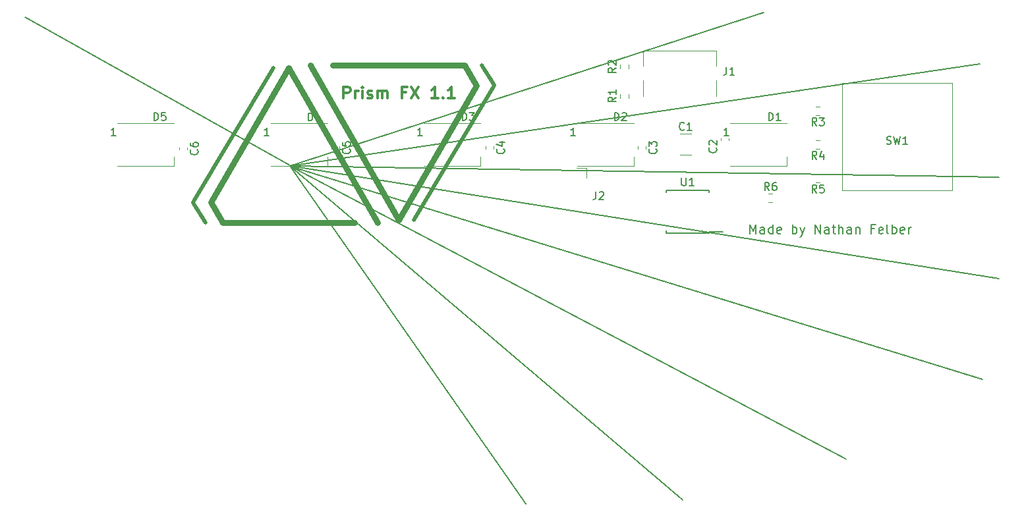
<source format=gbr>
%TF.GenerationSoftware,KiCad,Pcbnew,(6.0.9)*%
%TF.CreationDate,2022-11-05T18:14:27+01:00*%
%TF.ProjectId,pcb,7063622e-6b69-4636-9164-5f7063625858,rev?*%
%TF.SameCoordinates,Original*%
%TF.FileFunction,Legend,Top*%
%TF.FilePolarity,Positive*%
%FSLAX46Y46*%
G04 Gerber Fmt 4.6, Leading zero omitted, Abs format (unit mm)*
G04 Created by KiCad (PCBNEW (6.0.9)) date 2022-11-05 18:14:27*
%MOMM*%
%LPD*%
G01*
G04 APERTURE LIST*
%ADD10C,0.162500*%
%ADD11C,0.512514*%
%ADD12C,0.542718*%
%ADD13C,0.723625*%
%ADD14C,0.200000*%
%ADD15C,0.300000*%
%ADD16C,0.150000*%
%ADD17C,0.120000*%
G04 APERTURE END LIST*
D10*
X80991402Y-82725487D02*
X115009850Y-101772433D01*
X115070470Y-101848144D02*
X145315252Y-145281684D01*
X115070470Y-101848144D02*
X115070470Y-101848144D01*
X165490613Y-144768635D02*
X115070470Y-101848144D01*
X115193744Y-101915593D02*
X186475082Y-139483775D01*
X115193744Y-101915593D02*
X115193744Y-101915593D01*
X204043669Y-129251402D02*
X115193744Y-101915593D01*
X115076907Y-101831883D02*
X206096451Y-116319198D01*
X115076907Y-101831883D02*
X115076907Y-101831883D01*
X206146677Y-103282868D02*
X115076907Y-101831883D01*
X115062000Y-101854000D02*
X203681277Y-88691401D01*
X115062000Y-101854000D02*
X115062000Y-101854000D01*
X175911888Y-82111406D02*
X115062000Y-101854000D01*
D11*
X141287967Y-91421042D02*
X139689166Y-88904449D01*
D12*
X130933596Y-108725076D02*
X141271141Y-91489632D01*
D13*
X137479259Y-88904449D02*
X120535807Y-88904449D01*
X137479259Y-88904449D02*
X137479259Y-88904449D01*
X138983420Y-91489632D02*
X137479259Y-88904449D01*
X138983420Y-91489632D02*
X138983420Y-91489632D01*
X129007528Y-108725076D02*
X138983420Y-91489632D01*
X129007528Y-108725076D02*
X129007528Y-108725076D01*
X117615251Y-88904449D02*
X129007528Y-108725076D01*
D11*
X102577293Y-106545871D02*
X104176095Y-109062463D01*
D12*
X112931662Y-89241832D02*
X102594117Y-106477286D01*
D13*
X106386004Y-109062458D02*
X123329451Y-109062458D01*
X106386004Y-109062458D02*
X106386004Y-109062458D01*
X104881840Y-106477286D02*
X106386004Y-109062458D01*
X104881840Y-106477286D02*
X104881840Y-106477286D01*
X114857725Y-89241832D02*
X104881840Y-106477286D01*
X114857725Y-89241832D02*
X114857725Y-89241832D01*
X126250007Y-109062458D02*
X114857725Y-89241832D01*
D14*
X174118285Y-110524857D02*
X174118285Y-109324857D01*
X174518285Y-110182000D01*
X174918285Y-109324857D01*
X174918285Y-110524857D01*
X176004000Y-110524857D02*
X176004000Y-109896285D01*
X175946857Y-109782000D01*
X175832571Y-109724857D01*
X175604000Y-109724857D01*
X175489714Y-109782000D01*
X176004000Y-110467714D02*
X175889714Y-110524857D01*
X175604000Y-110524857D01*
X175489714Y-110467714D01*
X175432571Y-110353428D01*
X175432571Y-110239142D01*
X175489714Y-110124857D01*
X175604000Y-110067714D01*
X175889714Y-110067714D01*
X176004000Y-110010571D01*
X177089714Y-110524857D02*
X177089714Y-109324857D01*
X177089714Y-110467714D02*
X176975428Y-110524857D01*
X176746857Y-110524857D01*
X176632571Y-110467714D01*
X176575428Y-110410571D01*
X176518285Y-110296285D01*
X176518285Y-109953428D01*
X176575428Y-109839142D01*
X176632571Y-109782000D01*
X176746857Y-109724857D01*
X176975428Y-109724857D01*
X177089714Y-109782000D01*
X178118285Y-110467714D02*
X178004000Y-110524857D01*
X177775428Y-110524857D01*
X177661142Y-110467714D01*
X177604000Y-110353428D01*
X177604000Y-109896285D01*
X177661142Y-109782000D01*
X177775428Y-109724857D01*
X178004000Y-109724857D01*
X178118285Y-109782000D01*
X178175428Y-109896285D01*
X178175428Y-110010571D01*
X177604000Y-110124857D01*
X179604000Y-110524857D02*
X179604000Y-109324857D01*
X179604000Y-109782000D02*
X179718285Y-109724857D01*
X179946857Y-109724857D01*
X180061142Y-109782000D01*
X180118285Y-109839142D01*
X180175428Y-109953428D01*
X180175428Y-110296285D01*
X180118285Y-110410571D01*
X180061142Y-110467714D01*
X179946857Y-110524857D01*
X179718285Y-110524857D01*
X179604000Y-110467714D01*
X180575428Y-109724857D02*
X180861142Y-110524857D01*
X181146857Y-109724857D02*
X180861142Y-110524857D01*
X180746857Y-110810571D01*
X180689714Y-110867714D01*
X180575428Y-110924857D01*
X182518285Y-110524857D02*
X182518285Y-109324857D01*
X183204000Y-110524857D01*
X183204000Y-109324857D01*
X184289714Y-110524857D02*
X184289714Y-109896285D01*
X184232571Y-109782000D01*
X184118285Y-109724857D01*
X183889714Y-109724857D01*
X183775428Y-109782000D01*
X184289714Y-110467714D02*
X184175428Y-110524857D01*
X183889714Y-110524857D01*
X183775428Y-110467714D01*
X183718285Y-110353428D01*
X183718285Y-110239142D01*
X183775428Y-110124857D01*
X183889714Y-110067714D01*
X184175428Y-110067714D01*
X184289714Y-110010571D01*
X184689714Y-109724857D02*
X185146857Y-109724857D01*
X184861142Y-109324857D02*
X184861142Y-110353428D01*
X184918285Y-110467714D01*
X185032571Y-110524857D01*
X185146857Y-110524857D01*
X185546857Y-110524857D02*
X185546857Y-109324857D01*
X186061142Y-110524857D02*
X186061142Y-109896285D01*
X186004000Y-109782000D01*
X185889714Y-109724857D01*
X185718285Y-109724857D01*
X185604000Y-109782000D01*
X185546857Y-109839142D01*
X187146857Y-110524857D02*
X187146857Y-109896285D01*
X187089714Y-109782000D01*
X186975428Y-109724857D01*
X186746857Y-109724857D01*
X186632571Y-109782000D01*
X187146857Y-110467714D02*
X187032571Y-110524857D01*
X186746857Y-110524857D01*
X186632571Y-110467714D01*
X186575428Y-110353428D01*
X186575428Y-110239142D01*
X186632571Y-110124857D01*
X186746857Y-110067714D01*
X187032571Y-110067714D01*
X187146857Y-110010571D01*
X187718285Y-109724857D02*
X187718285Y-110524857D01*
X187718285Y-109839142D02*
X187775428Y-109782000D01*
X187889714Y-109724857D01*
X188061142Y-109724857D01*
X188175428Y-109782000D01*
X188232571Y-109896285D01*
X188232571Y-110524857D01*
X190118285Y-109896285D02*
X189718285Y-109896285D01*
X189718285Y-110524857D02*
X189718285Y-109324857D01*
X190289714Y-109324857D01*
X191204000Y-110467714D02*
X191089714Y-110524857D01*
X190861142Y-110524857D01*
X190746857Y-110467714D01*
X190689714Y-110353428D01*
X190689714Y-109896285D01*
X190746857Y-109782000D01*
X190861142Y-109724857D01*
X191089714Y-109724857D01*
X191204000Y-109782000D01*
X191261142Y-109896285D01*
X191261142Y-110010571D01*
X190689714Y-110124857D01*
X191946857Y-110524857D02*
X191832571Y-110467714D01*
X191775428Y-110353428D01*
X191775428Y-109324857D01*
X192404000Y-110524857D02*
X192404000Y-109324857D01*
X192404000Y-109782000D02*
X192518285Y-109724857D01*
X192746857Y-109724857D01*
X192861142Y-109782000D01*
X192918285Y-109839142D01*
X192975428Y-109953428D01*
X192975428Y-110296285D01*
X192918285Y-110410571D01*
X192861142Y-110467714D01*
X192746857Y-110524857D01*
X192518285Y-110524857D01*
X192404000Y-110467714D01*
X193946857Y-110467714D02*
X193832571Y-110524857D01*
X193604000Y-110524857D01*
X193489714Y-110467714D01*
X193432571Y-110353428D01*
X193432571Y-109896285D01*
X193489714Y-109782000D01*
X193604000Y-109724857D01*
X193832571Y-109724857D01*
X193946857Y-109782000D01*
X194004000Y-109896285D01*
X194004000Y-110010571D01*
X193432571Y-110124857D01*
X194518285Y-110524857D02*
X194518285Y-109724857D01*
X194518285Y-109953428D02*
X194575428Y-109839142D01*
X194632571Y-109782000D01*
X194746857Y-109724857D01*
X194861142Y-109724857D01*
D15*
X121924857Y-93134571D02*
X121924857Y-91634571D01*
X122496285Y-91634571D01*
X122639142Y-91706000D01*
X122710571Y-91777428D01*
X122782000Y-91920285D01*
X122782000Y-92134571D01*
X122710571Y-92277428D01*
X122639142Y-92348857D01*
X122496285Y-92420285D01*
X121924857Y-92420285D01*
X123424857Y-93134571D02*
X123424857Y-92134571D01*
X123424857Y-92420285D02*
X123496285Y-92277428D01*
X123567714Y-92206000D01*
X123710571Y-92134571D01*
X123853428Y-92134571D01*
X124353428Y-93134571D02*
X124353428Y-92134571D01*
X124353428Y-91634571D02*
X124282000Y-91706000D01*
X124353428Y-91777428D01*
X124424857Y-91706000D01*
X124353428Y-91634571D01*
X124353428Y-91777428D01*
X124996285Y-93063142D02*
X125139142Y-93134571D01*
X125424857Y-93134571D01*
X125567714Y-93063142D01*
X125639142Y-92920285D01*
X125639142Y-92848857D01*
X125567714Y-92706000D01*
X125424857Y-92634571D01*
X125210571Y-92634571D01*
X125067714Y-92563142D01*
X124996285Y-92420285D01*
X124996285Y-92348857D01*
X125067714Y-92206000D01*
X125210571Y-92134571D01*
X125424857Y-92134571D01*
X125567714Y-92206000D01*
X126282000Y-93134571D02*
X126282000Y-92134571D01*
X126282000Y-92277428D02*
X126353428Y-92206000D01*
X126496285Y-92134571D01*
X126710571Y-92134571D01*
X126853428Y-92206000D01*
X126924857Y-92348857D01*
X126924857Y-93134571D01*
X126924857Y-92348857D02*
X126996285Y-92206000D01*
X127139142Y-92134571D01*
X127353428Y-92134571D01*
X127496285Y-92206000D01*
X127567714Y-92348857D01*
X127567714Y-93134571D01*
X129924857Y-92348857D02*
X129424857Y-92348857D01*
X129424857Y-93134571D02*
X129424857Y-91634571D01*
X130139142Y-91634571D01*
X130567714Y-91634571D02*
X131567714Y-93134571D01*
X131567714Y-91634571D02*
X130567714Y-93134571D01*
X134067714Y-93134571D02*
X133210571Y-93134571D01*
X133639142Y-93134571D02*
X133639142Y-91634571D01*
X133496285Y-91848857D01*
X133353428Y-91991714D01*
X133210571Y-92063142D01*
X134710571Y-92991714D02*
X134782000Y-93063142D01*
X134710571Y-93134571D01*
X134639142Y-93063142D01*
X134710571Y-92991714D01*
X134710571Y-93134571D01*
X136210571Y-93134571D02*
X135353428Y-93134571D01*
X135782000Y-93134571D02*
X135782000Y-91634571D01*
X135639142Y-91848857D01*
X135496285Y-91991714D01*
X135353428Y-92063142D01*
D16*
%TO.C,J2*%
X154352666Y-105116380D02*
X154352666Y-105830666D01*
X154305047Y-105973523D01*
X154209809Y-106068761D01*
X154066952Y-106116380D01*
X153971714Y-106116380D01*
X154781238Y-105211619D02*
X154828857Y-105164000D01*
X154924095Y-105116380D01*
X155162190Y-105116380D01*
X155257428Y-105164000D01*
X155305047Y-105211619D01*
X155352666Y-105306857D01*
X155352666Y-105402095D01*
X155305047Y-105544952D01*
X154733619Y-106116380D01*
X155352666Y-106116380D01*
%TO.C,SW1*%
X191706666Y-98964761D02*
X191849523Y-99012380D01*
X192087619Y-99012380D01*
X192182857Y-98964761D01*
X192230476Y-98917142D01*
X192278095Y-98821904D01*
X192278095Y-98726666D01*
X192230476Y-98631428D01*
X192182857Y-98583809D01*
X192087619Y-98536190D01*
X191897142Y-98488571D01*
X191801904Y-98440952D01*
X191754285Y-98393333D01*
X191706666Y-98298095D01*
X191706666Y-98202857D01*
X191754285Y-98107619D01*
X191801904Y-98060000D01*
X191897142Y-98012380D01*
X192135238Y-98012380D01*
X192278095Y-98060000D01*
X192611428Y-98012380D02*
X192849523Y-99012380D01*
X193040000Y-98298095D01*
X193230476Y-99012380D01*
X193468571Y-98012380D01*
X194373333Y-99012380D02*
X193801904Y-99012380D01*
X194087619Y-99012380D02*
X194087619Y-98012380D01*
X193992380Y-98155238D01*
X193897142Y-98250476D01*
X193801904Y-98298095D01*
%TO.C,J1*%
X171116666Y-89114380D02*
X171116666Y-89828666D01*
X171069047Y-89971523D01*
X170973809Y-90066761D01*
X170830952Y-90114380D01*
X170735714Y-90114380D01*
X172116666Y-90114380D02*
X171545238Y-90114380D01*
X171830952Y-90114380D02*
X171830952Y-89114380D01*
X171735714Y-89257238D01*
X171640476Y-89352476D01*
X171545238Y-89400095D01*
%TO.C,C6*%
X103133142Y-99734666D02*
X103180761Y-99782285D01*
X103228380Y-99925142D01*
X103228380Y-100020380D01*
X103180761Y-100163238D01*
X103085523Y-100258476D01*
X102990285Y-100306095D01*
X102799809Y-100353714D01*
X102656952Y-100353714D01*
X102466476Y-100306095D01*
X102371238Y-100258476D01*
X102276000Y-100163238D01*
X102228380Y-100020380D01*
X102228380Y-99925142D01*
X102276000Y-99782285D01*
X102323619Y-99734666D01*
X102228380Y-98877523D02*
X102228380Y-99068000D01*
X102276000Y-99163238D01*
X102323619Y-99210857D01*
X102466476Y-99306095D01*
X102656952Y-99353714D01*
X103037904Y-99353714D01*
X103133142Y-99306095D01*
X103180761Y-99258476D01*
X103228380Y-99163238D01*
X103228380Y-98972761D01*
X103180761Y-98877523D01*
X103133142Y-98829904D01*
X103037904Y-98782285D01*
X102799809Y-98782285D01*
X102704571Y-98829904D01*
X102656952Y-98877523D01*
X102609333Y-98972761D01*
X102609333Y-99163238D01*
X102656952Y-99258476D01*
X102704571Y-99306095D01*
X102799809Y-99353714D01*
%TO.C,C5*%
X122691142Y-99634166D02*
X122738761Y-99681785D01*
X122786380Y-99824642D01*
X122786380Y-99919880D01*
X122738761Y-100062738D01*
X122643523Y-100157976D01*
X122548285Y-100205595D01*
X122357809Y-100253214D01*
X122214952Y-100253214D01*
X122024476Y-100205595D01*
X121929238Y-100157976D01*
X121834000Y-100062738D01*
X121786380Y-99919880D01*
X121786380Y-99824642D01*
X121834000Y-99681785D01*
X121881619Y-99634166D01*
X121786380Y-98729404D02*
X121786380Y-99205595D01*
X122262571Y-99253214D01*
X122214952Y-99205595D01*
X122167333Y-99110357D01*
X122167333Y-98872261D01*
X122214952Y-98777023D01*
X122262571Y-98729404D01*
X122357809Y-98681785D01*
X122595904Y-98681785D01*
X122691142Y-98729404D01*
X122738761Y-98777023D01*
X122786380Y-98872261D01*
X122786380Y-99110357D01*
X122738761Y-99205595D01*
X122691142Y-99253214D01*
%TO.C,C4*%
X142503142Y-99634166D02*
X142550761Y-99681785D01*
X142598380Y-99824642D01*
X142598380Y-99919880D01*
X142550761Y-100062738D01*
X142455523Y-100157976D01*
X142360285Y-100205595D01*
X142169809Y-100253214D01*
X142026952Y-100253214D01*
X141836476Y-100205595D01*
X141741238Y-100157976D01*
X141646000Y-100062738D01*
X141598380Y-99919880D01*
X141598380Y-99824642D01*
X141646000Y-99681785D01*
X141693619Y-99634166D01*
X141931714Y-98777023D02*
X142598380Y-98777023D01*
X141550761Y-99015119D02*
X142265047Y-99253214D01*
X142265047Y-98634166D01*
%TO.C,C3*%
X162061142Y-99634166D02*
X162108761Y-99681785D01*
X162156380Y-99824642D01*
X162156380Y-99919880D01*
X162108761Y-100062738D01*
X162013523Y-100157976D01*
X161918285Y-100205595D01*
X161727809Y-100253214D01*
X161584952Y-100253214D01*
X161394476Y-100205595D01*
X161299238Y-100157976D01*
X161204000Y-100062738D01*
X161156380Y-99919880D01*
X161156380Y-99824642D01*
X161204000Y-99681785D01*
X161251619Y-99634166D01*
X161156380Y-99300833D02*
X161156380Y-98681785D01*
X161537333Y-99015119D01*
X161537333Y-98872261D01*
X161584952Y-98777023D01*
X161632571Y-98729404D01*
X161727809Y-98681785D01*
X161965904Y-98681785D01*
X162061142Y-98729404D01*
X162108761Y-98777023D01*
X162156380Y-98872261D01*
X162156380Y-99157976D01*
X162108761Y-99253214D01*
X162061142Y-99300833D01*
%TO.C,C2*%
X169775142Y-99480666D02*
X169822761Y-99528285D01*
X169870380Y-99671142D01*
X169870380Y-99766380D01*
X169822761Y-99909238D01*
X169727523Y-100004476D01*
X169632285Y-100052095D01*
X169441809Y-100099714D01*
X169298952Y-100099714D01*
X169108476Y-100052095D01*
X169013238Y-100004476D01*
X168918000Y-99909238D01*
X168870380Y-99766380D01*
X168870380Y-99671142D01*
X168918000Y-99528285D01*
X168965619Y-99480666D01*
X168965619Y-99099714D02*
X168918000Y-99052095D01*
X168870380Y-98956857D01*
X168870380Y-98718761D01*
X168918000Y-98623523D01*
X168965619Y-98575904D01*
X169060857Y-98528285D01*
X169156095Y-98528285D01*
X169298952Y-98575904D01*
X169870380Y-99147333D01*
X169870380Y-98528285D01*
%TO.C,C1*%
X165695333Y-97117142D02*
X165647714Y-97164761D01*
X165504857Y-97212380D01*
X165409619Y-97212380D01*
X165266761Y-97164761D01*
X165171523Y-97069523D01*
X165123904Y-96974285D01*
X165076285Y-96783809D01*
X165076285Y-96640952D01*
X165123904Y-96450476D01*
X165171523Y-96355238D01*
X165266761Y-96260000D01*
X165409619Y-96212380D01*
X165504857Y-96212380D01*
X165647714Y-96260000D01*
X165695333Y-96307619D01*
X166647714Y-97212380D02*
X166076285Y-97212380D01*
X166362000Y-97212380D02*
X166362000Y-96212380D01*
X166266761Y-96355238D01*
X166171523Y-96450476D01*
X166076285Y-96498095D01*
%TO.C,D4*%
X117371904Y-96012380D02*
X117371904Y-95012380D01*
X117610000Y-95012380D01*
X117752857Y-95060000D01*
X117848095Y-95155238D01*
X117895714Y-95250476D01*
X117943333Y-95440952D01*
X117943333Y-95583809D01*
X117895714Y-95774285D01*
X117848095Y-95869523D01*
X117752857Y-95964761D01*
X117610000Y-96012380D01*
X117371904Y-96012380D01*
X118800476Y-95345714D02*
X118800476Y-96012380D01*
X118562380Y-94964761D02*
X118324285Y-95679047D01*
X118943333Y-95679047D01*
X112340714Y-97912380D02*
X111769285Y-97912380D01*
X112055000Y-97912380D02*
X112055000Y-96912380D01*
X111959761Y-97055238D01*
X111864523Y-97150476D01*
X111769285Y-97198095D01*
%TO.C,R5*%
X182713333Y-105260380D02*
X182380000Y-104784190D01*
X182141904Y-105260380D02*
X182141904Y-104260380D01*
X182522857Y-104260380D01*
X182618095Y-104308000D01*
X182665714Y-104355619D01*
X182713333Y-104450857D01*
X182713333Y-104593714D01*
X182665714Y-104688952D01*
X182618095Y-104736571D01*
X182522857Y-104784190D01*
X182141904Y-104784190D01*
X183618095Y-104260380D02*
X183141904Y-104260380D01*
X183094285Y-104736571D01*
X183141904Y-104688952D01*
X183237142Y-104641333D01*
X183475238Y-104641333D01*
X183570476Y-104688952D01*
X183618095Y-104736571D01*
X183665714Y-104831809D01*
X183665714Y-105069904D01*
X183618095Y-105165142D01*
X183570476Y-105212761D01*
X183475238Y-105260380D01*
X183237142Y-105260380D01*
X183141904Y-105212761D01*
X183094285Y-105165142D01*
%TO.C,U1*%
X165354095Y-103338380D02*
X165354095Y-104147904D01*
X165401714Y-104243142D01*
X165449333Y-104290761D01*
X165544571Y-104338380D01*
X165735047Y-104338380D01*
X165830285Y-104290761D01*
X165877904Y-104243142D01*
X165925523Y-104147904D01*
X165925523Y-103338380D01*
X166925523Y-104338380D02*
X166354095Y-104338380D01*
X166639809Y-104338380D02*
X166639809Y-103338380D01*
X166544571Y-103481238D01*
X166449333Y-103576476D01*
X166354095Y-103624095D01*
%TO.C,D3*%
X137183904Y-95956380D02*
X137183904Y-94956380D01*
X137422000Y-94956380D01*
X137564857Y-95004000D01*
X137660095Y-95099238D01*
X137707714Y-95194476D01*
X137755333Y-95384952D01*
X137755333Y-95527809D01*
X137707714Y-95718285D01*
X137660095Y-95813523D01*
X137564857Y-95908761D01*
X137422000Y-95956380D01*
X137183904Y-95956380D01*
X138088666Y-94956380D02*
X138707714Y-94956380D01*
X138374380Y-95337333D01*
X138517238Y-95337333D01*
X138612476Y-95384952D01*
X138660095Y-95432571D01*
X138707714Y-95527809D01*
X138707714Y-95765904D01*
X138660095Y-95861142D01*
X138612476Y-95908761D01*
X138517238Y-95956380D01*
X138231523Y-95956380D01*
X138136285Y-95908761D01*
X138088666Y-95861142D01*
X132025714Y-97912380D02*
X131454285Y-97912380D01*
X131740000Y-97912380D02*
X131740000Y-96912380D01*
X131644761Y-97055238D01*
X131549523Y-97150476D01*
X131454285Y-97198095D01*
%TO.C,R2*%
X156916380Y-89217166D02*
X156440190Y-89550500D01*
X156916380Y-89788595D02*
X155916380Y-89788595D01*
X155916380Y-89407642D01*
X155964000Y-89312404D01*
X156011619Y-89264785D01*
X156106857Y-89217166D01*
X156249714Y-89217166D01*
X156344952Y-89264785D01*
X156392571Y-89312404D01*
X156440190Y-89407642D01*
X156440190Y-89788595D01*
X156011619Y-88836214D02*
X155964000Y-88788595D01*
X155916380Y-88693357D01*
X155916380Y-88455261D01*
X155964000Y-88360023D01*
X156011619Y-88312404D01*
X156106857Y-88264785D01*
X156202095Y-88264785D01*
X156344952Y-88312404D01*
X156916380Y-88883833D01*
X156916380Y-88264785D01*
%TO.C,D2*%
X156741904Y-95956380D02*
X156741904Y-94956380D01*
X156980000Y-94956380D01*
X157122857Y-95004000D01*
X157218095Y-95099238D01*
X157265714Y-95194476D01*
X157313333Y-95384952D01*
X157313333Y-95527809D01*
X157265714Y-95718285D01*
X157218095Y-95813523D01*
X157122857Y-95908761D01*
X156980000Y-95956380D01*
X156741904Y-95956380D01*
X157694285Y-95051619D02*
X157741904Y-95004000D01*
X157837142Y-94956380D01*
X158075238Y-94956380D01*
X158170476Y-95004000D01*
X158218095Y-95051619D01*
X158265714Y-95146857D01*
X158265714Y-95242095D01*
X158218095Y-95384952D01*
X157646666Y-95956380D01*
X158265714Y-95956380D01*
X151710714Y-97912380D02*
X151139285Y-97912380D01*
X151425000Y-97912380D02*
X151425000Y-96912380D01*
X151329761Y-97055238D01*
X151234523Y-97150476D01*
X151139285Y-97198095D01*
%TO.C,D1*%
X176553904Y-95956380D02*
X176553904Y-94956380D01*
X176792000Y-94956380D01*
X176934857Y-95004000D01*
X177030095Y-95099238D01*
X177077714Y-95194476D01*
X177125333Y-95384952D01*
X177125333Y-95527809D01*
X177077714Y-95718285D01*
X177030095Y-95813523D01*
X176934857Y-95908761D01*
X176792000Y-95956380D01*
X176553904Y-95956380D01*
X178077714Y-95956380D02*
X177506285Y-95956380D01*
X177792000Y-95956380D02*
X177792000Y-94956380D01*
X177696761Y-95099238D01*
X177601523Y-95194476D01*
X177506285Y-95242095D01*
X171395714Y-97912380D02*
X170824285Y-97912380D01*
X171110000Y-97912380D02*
X171110000Y-96912380D01*
X171014761Y-97055238D01*
X170919523Y-97150476D01*
X170824285Y-97198095D01*
%TO.C,R4*%
X182713333Y-100942380D02*
X182380000Y-100466190D01*
X182141904Y-100942380D02*
X182141904Y-99942380D01*
X182522857Y-99942380D01*
X182618095Y-99990000D01*
X182665714Y-100037619D01*
X182713333Y-100132857D01*
X182713333Y-100275714D01*
X182665714Y-100370952D01*
X182618095Y-100418571D01*
X182522857Y-100466190D01*
X182141904Y-100466190D01*
X183570476Y-100275714D02*
X183570476Y-100942380D01*
X183332380Y-99894761D02*
X183094285Y-100609047D01*
X183713333Y-100609047D01*
%TO.C,R3*%
X182713333Y-96624380D02*
X182380000Y-96148190D01*
X182141904Y-96624380D02*
X182141904Y-95624380D01*
X182522857Y-95624380D01*
X182618095Y-95672000D01*
X182665714Y-95719619D01*
X182713333Y-95814857D01*
X182713333Y-95957714D01*
X182665714Y-96052952D01*
X182618095Y-96100571D01*
X182522857Y-96148190D01*
X182141904Y-96148190D01*
X183046666Y-95624380D02*
X183665714Y-95624380D01*
X183332380Y-96005333D01*
X183475238Y-96005333D01*
X183570476Y-96052952D01*
X183618095Y-96100571D01*
X183665714Y-96195809D01*
X183665714Y-96433904D01*
X183618095Y-96529142D01*
X183570476Y-96576761D01*
X183475238Y-96624380D01*
X183189523Y-96624380D01*
X183094285Y-96576761D01*
X183046666Y-96529142D01*
%TO.C,R6*%
X176617333Y-104940380D02*
X176284000Y-104464190D01*
X176045904Y-104940380D02*
X176045904Y-103940380D01*
X176426857Y-103940380D01*
X176522095Y-103988000D01*
X176569714Y-104035619D01*
X176617333Y-104130857D01*
X176617333Y-104273714D01*
X176569714Y-104368952D01*
X176522095Y-104416571D01*
X176426857Y-104464190D01*
X176045904Y-104464190D01*
X177474476Y-103940380D02*
X177284000Y-103940380D01*
X177188761Y-103988000D01*
X177141142Y-104035619D01*
X177045904Y-104178476D01*
X176998285Y-104368952D01*
X176998285Y-104749904D01*
X177045904Y-104845142D01*
X177093523Y-104892761D01*
X177188761Y-104940380D01*
X177379238Y-104940380D01*
X177474476Y-104892761D01*
X177522095Y-104845142D01*
X177569714Y-104749904D01*
X177569714Y-104511809D01*
X177522095Y-104416571D01*
X177474476Y-104368952D01*
X177379238Y-104321333D01*
X177188761Y-104321333D01*
X177093523Y-104368952D01*
X177045904Y-104416571D01*
X176998285Y-104511809D01*
%TO.C,R1*%
X156916380Y-92980166D02*
X156440190Y-93313500D01*
X156916380Y-93551595D02*
X155916380Y-93551595D01*
X155916380Y-93170642D01*
X155964000Y-93075404D01*
X156011619Y-93027785D01*
X156106857Y-92980166D01*
X156249714Y-92980166D01*
X156344952Y-93027785D01*
X156392571Y-93075404D01*
X156440190Y-93170642D01*
X156440190Y-93551595D01*
X156916380Y-92027785D02*
X156916380Y-92599214D01*
X156916380Y-92313500D02*
X155916380Y-92313500D01*
X156059238Y-92408738D01*
X156154476Y-92503976D01*
X156202095Y-92599214D01*
%TO.C,D5*%
X97559904Y-95956380D02*
X97559904Y-94956380D01*
X97798000Y-94956380D01*
X97940857Y-95004000D01*
X98036095Y-95099238D01*
X98083714Y-95194476D01*
X98131333Y-95384952D01*
X98131333Y-95527809D01*
X98083714Y-95718285D01*
X98036095Y-95813523D01*
X97940857Y-95908761D01*
X97798000Y-95956380D01*
X97559904Y-95956380D01*
X99036095Y-94956380D02*
X98559904Y-94956380D01*
X98512285Y-95432571D01*
X98559904Y-95384952D01*
X98655142Y-95337333D01*
X98893238Y-95337333D01*
X98988476Y-95384952D01*
X99036095Y-95432571D01*
X99083714Y-95527809D01*
X99083714Y-95765904D01*
X99036095Y-95861142D01*
X98988476Y-95908761D01*
X98893238Y-95956380D01*
X98655142Y-95956380D01*
X98559904Y-95908761D01*
X98512285Y-95861142D01*
X92655714Y-97912380D02*
X92084285Y-97912380D01*
X92370000Y-97912380D02*
X92370000Y-96912380D01*
X92274761Y-97055238D01*
X92179523Y-97150476D01*
X92084285Y-97198095D01*
D17*
%TO.C,J2*%
X153162000Y-102108000D02*
X153162000Y-103378000D01*
X151892000Y-102108000D02*
X153162000Y-102108000D01*
%TO.C,SW1*%
X185990000Y-91135000D02*
X200090000Y-91135000D01*
X200090000Y-91135000D02*
X200090000Y-104910000D01*
X200090000Y-104910000D02*
X185990000Y-104910000D01*
X185990000Y-104910000D02*
X185990000Y-91135000D01*
%TO.C,J1*%
X160400000Y-92832000D02*
X160400000Y-90832000D01*
X169800000Y-88932000D02*
X169800000Y-87032000D01*
X169800000Y-92832000D02*
X169800000Y-90832000D01*
X160400000Y-88932000D02*
X160400000Y-87032000D01*
X169800000Y-87032000D02*
X160400000Y-87032000D01*
%TO.C,C6*%
X101856000Y-99421733D02*
X101856000Y-99714267D01*
X100836000Y-99421733D02*
X100836000Y-99714267D01*
%TO.C,C5*%
X121414000Y-99321233D02*
X121414000Y-99613767D01*
X120394000Y-99321233D02*
X120394000Y-99613767D01*
%TO.C,C4*%
X141226000Y-99321233D02*
X141226000Y-99613767D01*
X140206000Y-99321233D02*
X140206000Y-99613767D01*
%TO.C,C3*%
X160784000Y-99321233D02*
X160784000Y-99613767D01*
X159764000Y-99321233D02*
X159764000Y-99613767D01*
%TO.C,C2*%
X171452000Y-98252233D02*
X171452000Y-98544767D01*
X170432000Y-98252233D02*
X170432000Y-98544767D01*
%TO.C,C1*%
X165150748Y-97700000D02*
X166573252Y-97700000D01*
X165150748Y-100420000D02*
X166573252Y-100420000D01*
%TO.C,D4*%
X119855000Y-101810000D02*
X119855000Y-100660000D01*
X112555000Y-101810000D02*
X119855000Y-101810000D01*
X112555000Y-96310000D02*
X119855000Y-96310000D01*
%TO.C,R5*%
X183134724Y-102855500D02*
X182625276Y-102855500D01*
X183134724Y-103900500D02*
X182625276Y-103900500D01*
D16*
%TO.C,U1*%
X163366000Y-110451000D02*
X163366000Y-110151000D01*
X163366000Y-104941000D02*
X163366000Y-105241000D01*
X168866000Y-110246000D02*
X170616000Y-110246000D01*
X168866000Y-104941000D02*
X163366000Y-104941000D01*
X168866000Y-104941000D02*
X168866000Y-105241000D01*
X168866000Y-110451000D02*
X163366000Y-110451000D01*
X168866000Y-110451000D02*
X168866000Y-110246000D01*
D17*
%TO.C,D3*%
X139540000Y-101810000D02*
X139540000Y-100660000D01*
X132240000Y-101810000D02*
X139540000Y-101810000D01*
X132240000Y-96310000D02*
X139540000Y-96310000D01*
%TO.C,R2*%
X158510500Y-88795776D02*
X158510500Y-89305224D01*
X157465500Y-88795776D02*
X157465500Y-89305224D01*
%TO.C,D2*%
X151925000Y-96310000D02*
X159225000Y-96310000D01*
X159225000Y-101810000D02*
X159225000Y-100660000D01*
X151925000Y-101810000D02*
X159225000Y-101810000D01*
%TO.C,D1*%
X171610000Y-101810000D02*
X178910000Y-101810000D01*
X178910000Y-101810000D02*
X178910000Y-100660000D01*
X171610000Y-96310000D02*
X178910000Y-96310000D01*
%TO.C,R4*%
X183134724Y-99582500D02*
X182625276Y-99582500D01*
X183134724Y-98537500D02*
X182625276Y-98537500D01*
%TO.C,R3*%
X183134724Y-95264500D02*
X182625276Y-95264500D01*
X183134724Y-94219500D02*
X182625276Y-94219500D01*
%TO.C,R6*%
X176529276Y-106440500D02*
X177038724Y-106440500D01*
X176529276Y-105395500D02*
X177038724Y-105395500D01*
%TO.C,R1*%
X157465500Y-92558776D02*
X157465500Y-93068224D01*
X158510500Y-92558776D02*
X158510500Y-93068224D01*
%TO.C,D5*%
X100170000Y-101810000D02*
X100170000Y-100660000D01*
X92870000Y-101810000D02*
X100170000Y-101810000D01*
X92870000Y-96310000D02*
X100170000Y-96310000D01*
%TD*%
M02*

</source>
